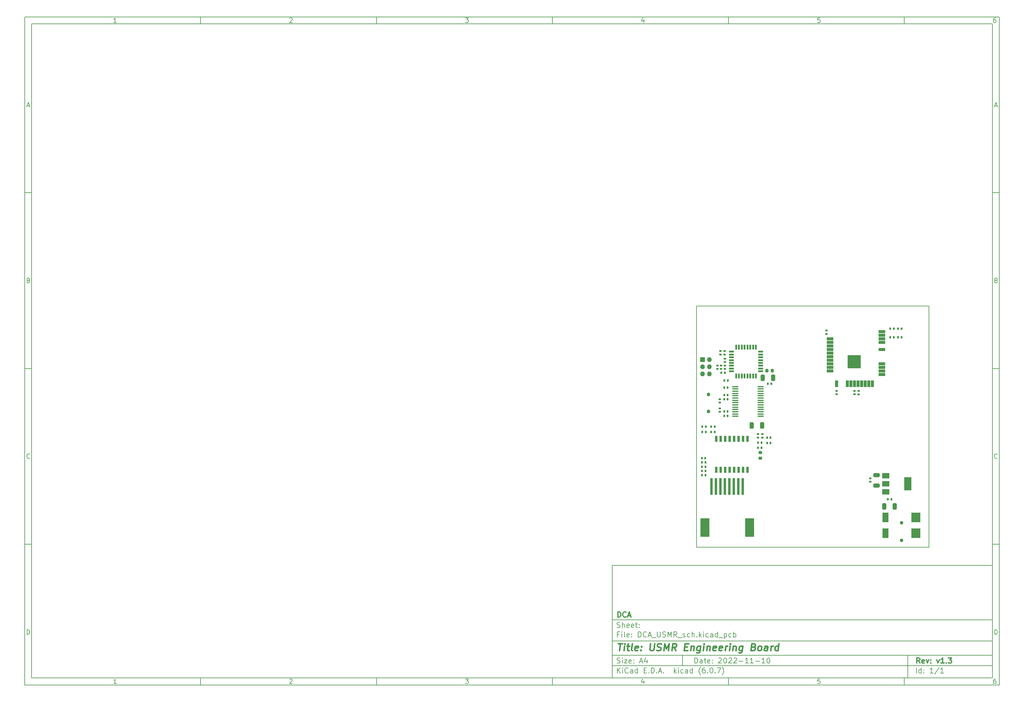
<source format=gbr>
%TF.GenerationSoftware,KiCad,Pcbnew,(6.0.7)*%
%TF.CreationDate,2022-11-15T16:12:34-05:00*%
%TF.ProjectId,DCA_USMR_sch,4443415f-5553-44d5-925f-7363682e6b69,v1.3*%
%TF.SameCoordinates,Original*%
%TF.FileFunction,Soldermask,Top*%
%TF.FilePolarity,Negative*%
%FSLAX46Y46*%
G04 Gerber Fmt 4.6, Leading zero omitted, Abs format (unit mm)*
G04 Created by KiCad (PCBNEW (6.0.7)) date 2022-11-15 16:12:34*
%MOMM*%
%LPD*%
G01*
G04 APERTURE LIST*
G04 Aperture macros list*
%AMRoundRect*
0 Rectangle with rounded corners*
0 $1 Rounding radius*
0 $2 $3 $4 $5 $6 $7 $8 $9 X,Y pos of 4 corners*
0 Add a 4 corners polygon primitive as box body*
4,1,4,$2,$3,$4,$5,$6,$7,$8,$9,$2,$3,0*
0 Add four circle primitives for the rounded corners*
1,1,$1+$1,$2,$3*
1,1,$1+$1,$4,$5*
1,1,$1+$1,$6,$7*
1,1,$1+$1,$8,$9*
0 Add four rect primitives between the rounded corners*
20,1,$1+$1,$2,$3,$4,$5,0*
20,1,$1+$1,$4,$5,$6,$7,0*
20,1,$1+$1,$6,$7,$8,$9,0*
20,1,$1+$1,$8,$9,$2,$3,0*%
G04 Aperture macros list end*
%ADD10C,0.100000*%
%ADD11C,0.150000*%
%ADD12C,0.300000*%
%ADD13C,0.400000*%
%TA.AperFunction,Profile*%
%ADD14C,0.200000*%
%TD*%
%ADD15R,1.905000X0.812800*%
%ADD16R,0.812800X1.905000*%
%ADD17R,3.708400X3.708400*%
%ADD18R,0.507200X1.461999*%
%ADD19R,1.461999X0.507200*%
%ADD20R,0.635000X4.749800*%
%ADD21R,2.540000X5.207000*%
%ADD22C,1.030000*%
%ADD23RoundRect,0.140000X-0.170000X0.140000X-0.170000X-0.140000X0.170000X-0.140000X0.170000X0.140000X0*%
%ADD24RoundRect,0.140000X-0.140000X-0.170000X0.140000X-0.170000X0.140000X0.170000X-0.140000X0.170000X0*%
%ADD25RoundRect,0.140000X0.140000X0.170000X-0.140000X0.170000X-0.140000X-0.170000X0.140000X-0.170000X0*%
%ADD26R,0.760000X1.700000*%
%ADD27RoundRect,0.147500X0.147500X0.172500X-0.147500X0.172500X-0.147500X-0.172500X0.147500X-0.172500X0*%
%ADD28RoundRect,0.250000X0.325000X0.650000X-0.325000X0.650000X-0.325000X-0.650000X0.325000X-0.650000X0*%
%ADD29RoundRect,0.147500X-0.147500X-0.172500X0.147500X-0.172500X0.147500X0.172500X-0.147500X0.172500X0*%
%ADD30RoundRect,0.135000X0.135000X0.185000X-0.135000X0.185000X-0.135000X-0.185000X0.135000X-0.185000X0*%
%ADD31RoundRect,0.135000X-0.185000X0.135000X-0.185000X-0.135000X0.185000X-0.135000X0.185000X0.135000X0*%
%ADD32RoundRect,0.140000X0.170000X-0.140000X0.170000X0.140000X-0.170000X0.140000X-0.170000X-0.140000X0*%
%ADD33R,2.600000X2.800000*%
%ADD34R,1.700000X2.800000*%
%ADD35C,1.000000*%
%ADD36R,2.000000X1.500000*%
%ADD37R,2.000000X3.800000*%
%ADD38RoundRect,0.250000X0.650000X-0.325000X0.650000X0.325000X-0.650000X0.325000X-0.650000X-0.325000X0*%
%ADD39RoundRect,0.135000X-0.135000X-0.185000X0.135000X-0.185000X0.135000X0.185000X-0.135000X0.185000X0*%
%ADD40RoundRect,0.250000X-0.325000X-0.650000X0.325000X-0.650000X0.325000X0.650000X-0.325000X0.650000X0*%
%ADD41R,1.750000X0.450000*%
%ADD42O,1.350000X1.350000*%
%ADD43R,1.350000X1.350000*%
%ADD44RoundRect,0.218750X-0.256250X0.218750X-0.256250X-0.218750X0.256250X-0.218750X0.256250X0.218750X0*%
%ADD45RoundRect,0.135000X0.185000X-0.135000X0.185000X0.135000X-0.185000X0.135000X-0.185000X-0.135000X0*%
%ADD46RoundRect,0.218750X0.218750X0.256250X-0.218750X0.256250X-0.218750X-0.256250X0.218750X-0.256250X0*%
G04 APERTURE END LIST*
D10*
D11*
X177002200Y-166007200D02*
X177002200Y-198007200D01*
X285002200Y-198007200D01*
X285002200Y-166007200D01*
X177002200Y-166007200D01*
D10*
D11*
X10000000Y-10000000D02*
X10000000Y-200007200D01*
X287002200Y-200007200D01*
X287002200Y-10000000D01*
X10000000Y-10000000D01*
D10*
D11*
X12000000Y-12000000D02*
X12000000Y-198007200D01*
X285002200Y-198007200D01*
X285002200Y-12000000D01*
X12000000Y-12000000D01*
D10*
D11*
X60000000Y-12000000D02*
X60000000Y-10000000D01*
D10*
D11*
X110000000Y-12000000D02*
X110000000Y-10000000D01*
D10*
D11*
X160000000Y-12000000D02*
X160000000Y-10000000D01*
D10*
D11*
X210000000Y-12000000D02*
X210000000Y-10000000D01*
D10*
D11*
X260000000Y-12000000D02*
X260000000Y-10000000D01*
D10*
D11*
X36065476Y-11588095D02*
X35322619Y-11588095D01*
X35694047Y-11588095D02*
X35694047Y-10288095D01*
X35570238Y-10473809D01*
X35446428Y-10597619D01*
X35322619Y-10659523D01*
D10*
D11*
X85322619Y-10411904D02*
X85384523Y-10350000D01*
X85508333Y-10288095D01*
X85817857Y-10288095D01*
X85941666Y-10350000D01*
X86003571Y-10411904D01*
X86065476Y-10535714D01*
X86065476Y-10659523D01*
X86003571Y-10845238D01*
X85260714Y-11588095D01*
X86065476Y-11588095D01*
D10*
D11*
X135260714Y-10288095D02*
X136065476Y-10288095D01*
X135632142Y-10783333D01*
X135817857Y-10783333D01*
X135941666Y-10845238D01*
X136003571Y-10907142D01*
X136065476Y-11030952D01*
X136065476Y-11340476D01*
X136003571Y-11464285D01*
X135941666Y-11526190D01*
X135817857Y-11588095D01*
X135446428Y-11588095D01*
X135322619Y-11526190D01*
X135260714Y-11464285D01*
D10*
D11*
X185941666Y-10721428D02*
X185941666Y-11588095D01*
X185632142Y-10226190D02*
X185322619Y-11154761D01*
X186127380Y-11154761D01*
D10*
D11*
X236003571Y-10288095D02*
X235384523Y-10288095D01*
X235322619Y-10907142D01*
X235384523Y-10845238D01*
X235508333Y-10783333D01*
X235817857Y-10783333D01*
X235941666Y-10845238D01*
X236003571Y-10907142D01*
X236065476Y-11030952D01*
X236065476Y-11340476D01*
X236003571Y-11464285D01*
X235941666Y-11526190D01*
X235817857Y-11588095D01*
X235508333Y-11588095D01*
X235384523Y-11526190D01*
X235322619Y-11464285D01*
D10*
D11*
X285941666Y-10288095D02*
X285694047Y-10288095D01*
X285570238Y-10350000D01*
X285508333Y-10411904D01*
X285384523Y-10597619D01*
X285322619Y-10845238D01*
X285322619Y-11340476D01*
X285384523Y-11464285D01*
X285446428Y-11526190D01*
X285570238Y-11588095D01*
X285817857Y-11588095D01*
X285941666Y-11526190D01*
X286003571Y-11464285D01*
X286065476Y-11340476D01*
X286065476Y-11030952D01*
X286003571Y-10907142D01*
X285941666Y-10845238D01*
X285817857Y-10783333D01*
X285570238Y-10783333D01*
X285446428Y-10845238D01*
X285384523Y-10907142D01*
X285322619Y-11030952D01*
D10*
D11*
X60000000Y-198007200D02*
X60000000Y-200007200D01*
D10*
D11*
X110000000Y-198007200D02*
X110000000Y-200007200D01*
D10*
D11*
X160000000Y-198007200D02*
X160000000Y-200007200D01*
D10*
D11*
X210000000Y-198007200D02*
X210000000Y-200007200D01*
D10*
D11*
X260000000Y-198007200D02*
X260000000Y-200007200D01*
D10*
D11*
X36065476Y-199595295D02*
X35322619Y-199595295D01*
X35694047Y-199595295D02*
X35694047Y-198295295D01*
X35570238Y-198481009D01*
X35446428Y-198604819D01*
X35322619Y-198666723D01*
D10*
D11*
X85322619Y-198419104D02*
X85384523Y-198357200D01*
X85508333Y-198295295D01*
X85817857Y-198295295D01*
X85941666Y-198357200D01*
X86003571Y-198419104D01*
X86065476Y-198542914D01*
X86065476Y-198666723D01*
X86003571Y-198852438D01*
X85260714Y-199595295D01*
X86065476Y-199595295D01*
D10*
D11*
X135260714Y-198295295D02*
X136065476Y-198295295D01*
X135632142Y-198790533D01*
X135817857Y-198790533D01*
X135941666Y-198852438D01*
X136003571Y-198914342D01*
X136065476Y-199038152D01*
X136065476Y-199347676D01*
X136003571Y-199471485D01*
X135941666Y-199533390D01*
X135817857Y-199595295D01*
X135446428Y-199595295D01*
X135322619Y-199533390D01*
X135260714Y-199471485D01*
D10*
D11*
X185941666Y-198728628D02*
X185941666Y-199595295D01*
X185632142Y-198233390D02*
X185322619Y-199161961D01*
X186127380Y-199161961D01*
D10*
D11*
X236003571Y-198295295D02*
X235384523Y-198295295D01*
X235322619Y-198914342D01*
X235384523Y-198852438D01*
X235508333Y-198790533D01*
X235817857Y-198790533D01*
X235941666Y-198852438D01*
X236003571Y-198914342D01*
X236065476Y-199038152D01*
X236065476Y-199347676D01*
X236003571Y-199471485D01*
X235941666Y-199533390D01*
X235817857Y-199595295D01*
X235508333Y-199595295D01*
X235384523Y-199533390D01*
X235322619Y-199471485D01*
D10*
D11*
X285941666Y-198295295D02*
X285694047Y-198295295D01*
X285570238Y-198357200D01*
X285508333Y-198419104D01*
X285384523Y-198604819D01*
X285322619Y-198852438D01*
X285322619Y-199347676D01*
X285384523Y-199471485D01*
X285446428Y-199533390D01*
X285570238Y-199595295D01*
X285817857Y-199595295D01*
X285941666Y-199533390D01*
X286003571Y-199471485D01*
X286065476Y-199347676D01*
X286065476Y-199038152D01*
X286003571Y-198914342D01*
X285941666Y-198852438D01*
X285817857Y-198790533D01*
X285570238Y-198790533D01*
X285446428Y-198852438D01*
X285384523Y-198914342D01*
X285322619Y-199038152D01*
D10*
D11*
X10000000Y-60000000D02*
X12000000Y-60000000D01*
D10*
D11*
X10000000Y-110000000D02*
X12000000Y-110000000D01*
D10*
D11*
X10000000Y-160000000D02*
X12000000Y-160000000D01*
D10*
D11*
X10690476Y-35216666D02*
X11309523Y-35216666D01*
X10566666Y-35588095D02*
X11000000Y-34288095D01*
X11433333Y-35588095D01*
D10*
D11*
X11092857Y-84907142D02*
X11278571Y-84969047D01*
X11340476Y-85030952D01*
X11402380Y-85154761D01*
X11402380Y-85340476D01*
X11340476Y-85464285D01*
X11278571Y-85526190D01*
X11154761Y-85588095D01*
X10659523Y-85588095D01*
X10659523Y-84288095D01*
X11092857Y-84288095D01*
X11216666Y-84350000D01*
X11278571Y-84411904D01*
X11340476Y-84535714D01*
X11340476Y-84659523D01*
X11278571Y-84783333D01*
X11216666Y-84845238D01*
X11092857Y-84907142D01*
X10659523Y-84907142D01*
D10*
D11*
X11402380Y-135464285D02*
X11340476Y-135526190D01*
X11154761Y-135588095D01*
X11030952Y-135588095D01*
X10845238Y-135526190D01*
X10721428Y-135402380D01*
X10659523Y-135278571D01*
X10597619Y-135030952D01*
X10597619Y-134845238D01*
X10659523Y-134597619D01*
X10721428Y-134473809D01*
X10845238Y-134350000D01*
X11030952Y-134288095D01*
X11154761Y-134288095D01*
X11340476Y-134350000D01*
X11402380Y-134411904D01*
D10*
D11*
X10659523Y-185588095D02*
X10659523Y-184288095D01*
X10969047Y-184288095D01*
X11154761Y-184350000D01*
X11278571Y-184473809D01*
X11340476Y-184597619D01*
X11402380Y-184845238D01*
X11402380Y-185030952D01*
X11340476Y-185278571D01*
X11278571Y-185402380D01*
X11154761Y-185526190D01*
X10969047Y-185588095D01*
X10659523Y-185588095D01*
D10*
D11*
X287002200Y-60000000D02*
X285002200Y-60000000D01*
D10*
D11*
X287002200Y-110000000D02*
X285002200Y-110000000D01*
D10*
D11*
X287002200Y-160000000D02*
X285002200Y-160000000D01*
D10*
D11*
X285692676Y-35216666D02*
X286311723Y-35216666D01*
X285568866Y-35588095D02*
X286002200Y-34288095D01*
X286435533Y-35588095D01*
D10*
D11*
X286095057Y-84907142D02*
X286280771Y-84969047D01*
X286342676Y-85030952D01*
X286404580Y-85154761D01*
X286404580Y-85340476D01*
X286342676Y-85464285D01*
X286280771Y-85526190D01*
X286156961Y-85588095D01*
X285661723Y-85588095D01*
X285661723Y-84288095D01*
X286095057Y-84288095D01*
X286218866Y-84350000D01*
X286280771Y-84411904D01*
X286342676Y-84535714D01*
X286342676Y-84659523D01*
X286280771Y-84783333D01*
X286218866Y-84845238D01*
X286095057Y-84907142D01*
X285661723Y-84907142D01*
D10*
D11*
X286404580Y-135464285D02*
X286342676Y-135526190D01*
X286156961Y-135588095D01*
X286033152Y-135588095D01*
X285847438Y-135526190D01*
X285723628Y-135402380D01*
X285661723Y-135278571D01*
X285599819Y-135030952D01*
X285599819Y-134845238D01*
X285661723Y-134597619D01*
X285723628Y-134473809D01*
X285847438Y-134350000D01*
X286033152Y-134288095D01*
X286156961Y-134288095D01*
X286342676Y-134350000D01*
X286404580Y-134411904D01*
D10*
D11*
X285661723Y-185588095D02*
X285661723Y-184288095D01*
X285971247Y-184288095D01*
X286156961Y-184350000D01*
X286280771Y-184473809D01*
X286342676Y-184597619D01*
X286404580Y-184845238D01*
X286404580Y-185030952D01*
X286342676Y-185278571D01*
X286280771Y-185402380D01*
X286156961Y-185526190D01*
X285971247Y-185588095D01*
X285661723Y-185588095D01*
D10*
D11*
X200434342Y-193785771D02*
X200434342Y-192285771D01*
X200791485Y-192285771D01*
X201005771Y-192357200D01*
X201148628Y-192500057D01*
X201220057Y-192642914D01*
X201291485Y-192928628D01*
X201291485Y-193142914D01*
X201220057Y-193428628D01*
X201148628Y-193571485D01*
X201005771Y-193714342D01*
X200791485Y-193785771D01*
X200434342Y-193785771D01*
X202577200Y-193785771D02*
X202577200Y-193000057D01*
X202505771Y-192857200D01*
X202362914Y-192785771D01*
X202077200Y-192785771D01*
X201934342Y-192857200D01*
X202577200Y-193714342D02*
X202434342Y-193785771D01*
X202077200Y-193785771D01*
X201934342Y-193714342D01*
X201862914Y-193571485D01*
X201862914Y-193428628D01*
X201934342Y-193285771D01*
X202077200Y-193214342D01*
X202434342Y-193214342D01*
X202577200Y-193142914D01*
X203077200Y-192785771D02*
X203648628Y-192785771D01*
X203291485Y-192285771D02*
X203291485Y-193571485D01*
X203362914Y-193714342D01*
X203505771Y-193785771D01*
X203648628Y-193785771D01*
X204720057Y-193714342D02*
X204577200Y-193785771D01*
X204291485Y-193785771D01*
X204148628Y-193714342D01*
X204077200Y-193571485D01*
X204077200Y-193000057D01*
X204148628Y-192857200D01*
X204291485Y-192785771D01*
X204577200Y-192785771D01*
X204720057Y-192857200D01*
X204791485Y-193000057D01*
X204791485Y-193142914D01*
X204077200Y-193285771D01*
X205434342Y-193642914D02*
X205505771Y-193714342D01*
X205434342Y-193785771D01*
X205362914Y-193714342D01*
X205434342Y-193642914D01*
X205434342Y-193785771D01*
X205434342Y-192857200D02*
X205505771Y-192928628D01*
X205434342Y-193000057D01*
X205362914Y-192928628D01*
X205434342Y-192857200D01*
X205434342Y-193000057D01*
X207220057Y-192428628D02*
X207291485Y-192357200D01*
X207434342Y-192285771D01*
X207791485Y-192285771D01*
X207934342Y-192357200D01*
X208005771Y-192428628D01*
X208077200Y-192571485D01*
X208077200Y-192714342D01*
X208005771Y-192928628D01*
X207148628Y-193785771D01*
X208077200Y-193785771D01*
X209005771Y-192285771D02*
X209148628Y-192285771D01*
X209291485Y-192357200D01*
X209362914Y-192428628D01*
X209434342Y-192571485D01*
X209505771Y-192857200D01*
X209505771Y-193214342D01*
X209434342Y-193500057D01*
X209362914Y-193642914D01*
X209291485Y-193714342D01*
X209148628Y-193785771D01*
X209005771Y-193785771D01*
X208862914Y-193714342D01*
X208791485Y-193642914D01*
X208720057Y-193500057D01*
X208648628Y-193214342D01*
X208648628Y-192857200D01*
X208720057Y-192571485D01*
X208791485Y-192428628D01*
X208862914Y-192357200D01*
X209005771Y-192285771D01*
X210077200Y-192428628D02*
X210148628Y-192357200D01*
X210291485Y-192285771D01*
X210648628Y-192285771D01*
X210791485Y-192357200D01*
X210862914Y-192428628D01*
X210934342Y-192571485D01*
X210934342Y-192714342D01*
X210862914Y-192928628D01*
X210005771Y-193785771D01*
X210934342Y-193785771D01*
X211505771Y-192428628D02*
X211577200Y-192357200D01*
X211720057Y-192285771D01*
X212077200Y-192285771D01*
X212220057Y-192357200D01*
X212291485Y-192428628D01*
X212362914Y-192571485D01*
X212362914Y-192714342D01*
X212291485Y-192928628D01*
X211434342Y-193785771D01*
X212362914Y-193785771D01*
X213005771Y-193214342D02*
X214148628Y-193214342D01*
X215648628Y-193785771D02*
X214791485Y-193785771D01*
X215220057Y-193785771D02*
X215220057Y-192285771D01*
X215077200Y-192500057D01*
X214934342Y-192642914D01*
X214791485Y-192714342D01*
X217077200Y-193785771D02*
X216220057Y-193785771D01*
X216648628Y-193785771D02*
X216648628Y-192285771D01*
X216505771Y-192500057D01*
X216362914Y-192642914D01*
X216220057Y-192714342D01*
X217720057Y-193214342D02*
X218862914Y-193214342D01*
X220362914Y-193785771D02*
X219505771Y-193785771D01*
X219934342Y-193785771D02*
X219934342Y-192285771D01*
X219791485Y-192500057D01*
X219648628Y-192642914D01*
X219505771Y-192714342D01*
X221291485Y-192285771D02*
X221434342Y-192285771D01*
X221577200Y-192357200D01*
X221648628Y-192428628D01*
X221720057Y-192571485D01*
X221791485Y-192857200D01*
X221791485Y-193214342D01*
X221720057Y-193500057D01*
X221648628Y-193642914D01*
X221577200Y-193714342D01*
X221434342Y-193785771D01*
X221291485Y-193785771D01*
X221148628Y-193714342D01*
X221077200Y-193642914D01*
X221005771Y-193500057D01*
X220934342Y-193214342D01*
X220934342Y-192857200D01*
X221005771Y-192571485D01*
X221077200Y-192428628D01*
X221148628Y-192357200D01*
X221291485Y-192285771D01*
D10*
D11*
X177002200Y-194507200D02*
X285002200Y-194507200D01*
D10*
D11*
X178434342Y-196585771D02*
X178434342Y-195085771D01*
X179291485Y-196585771D02*
X178648628Y-195728628D01*
X179291485Y-195085771D02*
X178434342Y-195942914D01*
X179934342Y-196585771D02*
X179934342Y-195585771D01*
X179934342Y-195085771D02*
X179862914Y-195157200D01*
X179934342Y-195228628D01*
X180005771Y-195157200D01*
X179934342Y-195085771D01*
X179934342Y-195228628D01*
X181505771Y-196442914D02*
X181434342Y-196514342D01*
X181220057Y-196585771D01*
X181077200Y-196585771D01*
X180862914Y-196514342D01*
X180720057Y-196371485D01*
X180648628Y-196228628D01*
X180577200Y-195942914D01*
X180577200Y-195728628D01*
X180648628Y-195442914D01*
X180720057Y-195300057D01*
X180862914Y-195157200D01*
X181077200Y-195085771D01*
X181220057Y-195085771D01*
X181434342Y-195157200D01*
X181505771Y-195228628D01*
X182791485Y-196585771D02*
X182791485Y-195800057D01*
X182720057Y-195657200D01*
X182577200Y-195585771D01*
X182291485Y-195585771D01*
X182148628Y-195657200D01*
X182791485Y-196514342D02*
X182648628Y-196585771D01*
X182291485Y-196585771D01*
X182148628Y-196514342D01*
X182077200Y-196371485D01*
X182077200Y-196228628D01*
X182148628Y-196085771D01*
X182291485Y-196014342D01*
X182648628Y-196014342D01*
X182791485Y-195942914D01*
X184148628Y-196585771D02*
X184148628Y-195085771D01*
X184148628Y-196514342D02*
X184005771Y-196585771D01*
X183720057Y-196585771D01*
X183577200Y-196514342D01*
X183505771Y-196442914D01*
X183434342Y-196300057D01*
X183434342Y-195871485D01*
X183505771Y-195728628D01*
X183577200Y-195657200D01*
X183720057Y-195585771D01*
X184005771Y-195585771D01*
X184148628Y-195657200D01*
X186005771Y-195800057D02*
X186505771Y-195800057D01*
X186720057Y-196585771D02*
X186005771Y-196585771D01*
X186005771Y-195085771D01*
X186720057Y-195085771D01*
X187362914Y-196442914D02*
X187434342Y-196514342D01*
X187362914Y-196585771D01*
X187291485Y-196514342D01*
X187362914Y-196442914D01*
X187362914Y-196585771D01*
X188077200Y-196585771D02*
X188077200Y-195085771D01*
X188434342Y-195085771D01*
X188648628Y-195157200D01*
X188791485Y-195300057D01*
X188862914Y-195442914D01*
X188934342Y-195728628D01*
X188934342Y-195942914D01*
X188862914Y-196228628D01*
X188791485Y-196371485D01*
X188648628Y-196514342D01*
X188434342Y-196585771D01*
X188077200Y-196585771D01*
X189577200Y-196442914D02*
X189648628Y-196514342D01*
X189577200Y-196585771D01*
X189505771Y-196514342D01*
X189577200Y-196442914D01*
X189577200Y-196585771D01*
X190220057Y-196157200D02*
X190934342Y-196157200D01*
X190077200Y-196585771D02*
X190577200Y-195085771D01*
X191077200Y-196585771D01*
X191577200Y-196442914D02*
X191648628Y-196514342D01*
X191577200Y-196585771D01*
X191505771Y-196514342D01*
X191577200Y-196442914D01*
X191577200Y-196585771D01*
X194577200Y-196585771D02*
X194577200Y-195085771D01*
X194720057Y-196014342D02*
X195148628Y-196585771D01*
X195148628Y-195585771D02*
X194577200Y-196157200D01*
X195791485Y-196585771D02*
X195791485Y-195585771D01*
X195791485Y-195085771D02*
X195720057Y-195157200D01*
X195791485Y-195228628D01*
X195862914Y-195157200D01*
X195791485Y-195085771D01*
X195791485Y-195228628D01*
X197148628Y-196514342D02*
X197005771Y-196585771D01*
X196720057Y-196585771D01*
X196577200Y-196514342D01*
X196505771Y-196442914D01*
X196434342Y-196300057D01*
X196434342Y-195871485D01*
X196505771Y-195728628D01*
X196577200Y-195657200D01*
X196720057Y-195585771D01*
X197005771Y-195585771D01*
X197148628Y-195657200D01*
X198434342Y-196585771D02*
X198434342Y-195800057D01*
X198362914Y-195657200D01*
X198220057Y-195585771D01*
X197934342Y-195585771D01*
X197791485Y-195657200D01*
X198434342Y-196514342D02*
X198291485Y-196585771D01*
X197934342Y-196585771D01*
X197791485Y-196514342D01*
X197720057Y-196371485D01*
X197720057Y-196228628D01*
X197791485Y-196085771D01*
X197934342Y-196014342D01*
X198291485Y-196014342D01*
X198434342Y-195942914D01*
X199791485Y-196585771D02*
X199791485Y-195085771D01*
X199791485Y-196514342D02*
X199648628Y-196585771D01*
X199362914Y-196585771D01*
X199220057Y-196514342D01*
X199148628Y-196442914D01*
X199077200Y-196300057D01*
X199077200Y-195871485D01*
X199148628Y-195728628D01*
X199220057Y-195657200D01*
X199362914Y-195585771D01*
X199648628Y-195585771D01*
X199791485Y-195657200D01*
X202077200Y-197157200D02*
X202005771Y-197085771D01*
X201862914Y-196871485D01*
X201791485Y-196728628D01*
X201720057Y-196514342D01*
X201648628Y-196157200D01*
X201648628Y-195871485D01*
X201720057Y-195514342D01*
X201791485Y-195300057D01*
X201862914Y-195157200D01*
X202005771Y-194942914D01*
X202077200Y-194871485D01*
X203291485Y-195085771D02*
X203005771Y-195085771D01*
X202862914Y-195157200D01*
X202791485Y-195228628D01*
X202648628Y-195442914D01*
X202577200Y-195728628D01*
X202577200Y-196300057D01*
X202648628Y-196442914D01*
X202720057Y-196514342D01*
X202862914Y-196585771D01*
X203148628Y-196585771D01*
X203291485Y-196514342D01*
X203362914Y-196442914D01*
X203434342Y-196300057D01*
X203434342Y-195942914D01*
X203362914Y-195800057D01*
X203291485Y-195728628D01*
X203148628Y-195657200D01*
X202862914Y-195657200D01*
X202720057Y-195728628D01*
X202648628Y-195800057D01*
X202577200Y-195942914D01*
X204077200Y-196442914D02*
X204148628Y-196514342D01*
X204077200Y-196585771D01*
X204005771Y-196514342D01*
X204077200Y-196442914D01*
X204077200Y-196585771D01*
X205077200Y-195085771D02*
X205220057Y-195085771D01*
X205362914Y-195157200D01*
X205434342Y-195228628D01*
X205505771Y-195371485D01*
X205577200Y-195657200D01*
X205577200Y-196014342D01*
X205505771Y-196300057D01*
X205434342Y-196442914D01*
X205362914Y-196514342D01*
X205220057Y-196585771D01*
X205077200Y-196585771D01*
X204934342Y-196514342D01*
X204862914Y-196442914D01*
X204791485Y-196300057D01*
X204720057Y-196014342D01*
X204720057Y-195657200D01*
X204791485Y-195371485D01*
X204862914Y-195228628D01*
X204934342Y-195157200D01*
X205077200Y-195085771D01*
X206220057Y-196442914D02*
X206291485Y-196514342D01*
X206220057Y-196585771D01*
X206148628Y-196514342D01*
X206220057Y-196442914D01*
X206220057Y-196585771D01*
X206791485Y-195085771D02*
X207791485Y-195085771D01*
X207148628Y-196585771D01*
X208220057Y-197157200D02*
X208291485Y-197085771D01*
X208434342Y-196871485D01*
X208505771Y-196728628D01*
X208577200Y-196514342D01*
X208648628Y-196157200D01*
X208648628Y-195871485D01*
X208577200Y-195514342D01*
X208505771Y-195300057D01*
X208434342Y-195157200D01*
X208291485Y-194942914D01*
X208220057Y-194871485D01*
D10*
D11*
X177002200Y-191507200D02*
X285002200Y-191507200D01*
D10*
D12*
X264411485Y-193785771D02*
X263911485Y-193071485D01*
X263554342Y-193785771D02*
X263554342Y-192285771D01*
X264125771Y-192285771D01*
X264268628Y-192357200D01*
X264340057Y-192428628D01*
X264411485Y-192571485D01*
X264411485Y-192785771D01*
X264340057Y-192928628D01*
X264268628Y-193000057D01*
X264125771Y-193071485D01*
X263554342Y-193071485D01*
X265625771Y-193714342D02*
X265482914Y-193785771D01*
X265197200Y-193785771D01*
X265054342Y-193714342D01*
X264982914Y-193571485D01*
X264982914Y-193000057D01*
X265054342Y-192857200D01*
X265197200Y-192785771D01*
X265482914Y-192785771D01*
X265625771Y-192857200D01*
X265697200Y-193000057D01*
X265697200Y-193142914D01*
X264982914Y-193285771D01*
X266197200Y-192785771D02*
X266554342Y-193785771D01*
X266911485Y-192785771D01*
X267482914Y-193642914D02*
X267554342Y-193714342D01*
X267482914Y-193785771D01*
X267411485Y-193714342D01*
X267482914Y-193642914D01*
X267482914Y-193785771D01*
X267482914Y-192857200D02*
X267554342Y-192928628D01*
X267482914Y-193000057D01*
X267411485Y-192928628D01*
X267482914Y-192857200D01*
X267482914Y-193000057D01*
X269197200Y-192785771D02*
X269554342Y-193785771D01*
X269911485Y-192785771D01*
X271268628Y-193785771D02*
X270411485Y-193785771D01*
X270840057Y-193785771D02*
X270840057Y-192285771D01*
X270697200Y-192500057D01*
X270554342Y-192642914D01*
X270411485Y-192714342D01*
X271911485Y-193642914D02*
X271982914Y-193714342D01*
X271911485Y-193785771D01*
X271840057Y-193714342D01*
X271911485Y-193642914D01*
X271911485Y-193785771D01*
X272482914Y-192285771D02*
X273411485Y-192285771D01*
X272911485Y-192857200D01*
X273125771Y-192857200D01*
X273268628Y-192928628D01*
X273340057Y-193000057D01*
X273411485Y-193142914D01*
X273411485Y-193500057D01*
X273340057Y-193642914D01*
X273268628Y-193714342D01*
X273125771Y-193785771D01*
X272697200Y-193785771D01*
X272554342Y-193714342D01*
X272482914Y-193642914D01*
D10*
D11*
X178362914Y-193714342D02*
X178577200Y-193785771D01*
X178934342Y-193785771D01*
X179077200Y-193714342D01*
X179148628Y-193642914D01*
X179220057Y-193500057D01*
X179220057Y-193357200D01*
X179148628Y-193214342D01*
X179077200Y-193142914D01*
X178934342Y-193071485D01*
X178648628Y-193000057D01*
X178505771Y-192928628D01*
X178434342Y-192857200D01*
X178362914Y-192714342D01*
X178362914Y-192571485D01*
X178434342Y-192428628D01*
X178505771Y-192357200D01*
X178648628Y-192285771D01*
X179005771Y-192285771D01*
X179220057Y-192357200D01*
X179862914Y-193785771D02*
X179862914Y-192785771D01*
X179862914Y-192285771D02*
X179791485Y-192357200D01*
X179862914Y-192428628D01*
X179934342Y-192357200D01*
X179862914Y-192285771D01*
X179862914Y-192428628D01*
X180434342Y-192785771D02*
X181220057Y-192785771D01*
X180434342Y-193785771D01*
X181220057Y-193785771D01*
X182362914Y-193714342D02*
X182220057Y-193785771D01*
X181934342Y-193785771D01*
X181791485Y-193714342D01*
X181720057Y-193571485D01*
X181720057Y-193000057D01*
X181791485Y-192857200D01*
X181934342Y-192785771D01*
X182220057Y-192785771D01*
X182362914Y-192857200D01*
X182434342Y-193000057D01*
X182434342Y-193142914D01*
X181720057Y-193285771D01*
X183077200Y-193642914D02*
X183148628Y-193714342D01*
X183077200Y-193785771D01*
X183005771Y-193714342D01*
X183077200Y-193642914D01*
X183077200Y-193785771D01*
X183077200Y-192857200D02*
X183148628Y-192928628D01*
X183077200Y-193000057D01*
X183005771Y-192928628D01*
X183077200Y-192857200D01*
X183077200Y-193000057D01*
X184862914Y-193357200D02*
X185577200Y-193357200D01*
X184720057Y-193785771D02*
X185220057Y-192285771D01*
X185720057Y-193785771D01*
X186862914Y-192785771D02*
X186862914Y-193785771D01*
X186505771Y-192214342D02*
X186148628Y-193285771D01*
X187077200Y-193285771D01*
D10*
D11*
X263434342Y-196585771D02*
X263434342Y-195085771D01*
X264791485Y-196585771D02*
X264791485Y-195085771D01*
X264791485Y-196514342D02*
X264648628Y-196585771D01*
X264362914Y-196585771D01*
X264220057Y-196514342D01*
X264148628Y-196442914D01*
X264077200Y-196300057D01*
X264077200Y-195871485D01*
X264148628Y-195728628D01*
X264220057Y-195657200D01*
X264362914Y-195585771D01*
X264648628Y-195585771D01*
X264791485Y-195657200D01*
X265505771Y-196442914D02*
X265577200Y-196514342D01*
X265505771Y-196585771D01*
X265434342Y-196514342D01*
X265505771Y-196442914D01*
X265505771Y-196585771D01*
X265505771Y-195657200D02*
X265577200Y-195728628D01*
X265505771Y-195800057D01*
X265434342Y-195728628D01*
X265505771Y-195657200D01*
X265505771Y-195800057D01*
X268148628Y-196585771D02*
X267291485Y-196585771D01*
X267720057Y-196585771D02*
X267720057Y-195085771D01*
X267577200Y-195300057D01*
X267434342Y-195442914D01*
X267291485Y-195514342D01*
X269862914Y-195014342D02*
X268577200Y-196942914D01*
X271148628Y-196585771D02*
X270291485Y-196585771D01*
X270720057Y-196585771D02*
X270720057Y-195085771D01*
X270577200Y-195300057D01*
X270434342Y-195442914D01*
X270291485Y-195514342D01*
D10*
D11*
X177002200Y-187507200D02*
X285002200Y-187507200D01*
D10*
D13*
X178714580Y-188211961D02*
X179857438Y-188211961D01*
X179036009Y-190211961D02*
X179286009Y-188211961D01*
X180274104Y-190211961D02*
X180440771Y-188878628D01*
X180524104Y-188211961D02*
X180416961Y-188307200D01*
X180500295Y-188402438D01*
X180607438Y-188307200D01*
X180524104Y-188211961D01*
X180500295Y-188402438D01*
X181107438Y-188878628D02*
X181869342Y-188878628D01*
X181476485Y-188211961D02*
X181262200Y-189926247D01*
X181333628Y-190116723D01*
X181512200Y-190211961D01*
X181702676Y-190211961D01*
X182655057Y-190211961D02*
X182476485Y-190116723D01*
X182405057Y-189926247D01*
X182619342Y-188211961D01*
X184190771Y-190116723D02*
X183988390Y-190211961D01*
X183607438Y-190211961D01*
X183428866Y-190116723D01*
X183357438Y-189926247D01*
X183452676Y-189164342D01*
X183571723Y-188973866D01*
X183774104Y-188878628D01*
X184155057Y-188878628D01*
X184333628Y-188973866D01*
X184405057Y-189164342D01*
X184381247Y-189354819D01*
X183405057Y-189545295D01*
X185155057Y-190021485D02*
X185238390Y-190116723D01*
X185131247Y-190211961D01*
X185047914Y-190116723D01*
X185155057Y-190021485D01*
X185131247Y-190211961D01*
X185286009Y-188973866D02*
X185369342Y-189069104D01*
X185262200Y-189164342D01*
X185178866Y-189069104D01*
X185286009Y-188973866D01*
X185262200Y-189164342D01*
X187857438Y-188211961D02*
X187655057Y-189831009D01*
X187726485Y-190021485D01*
X187809819Y-190116723D01*
X187988390Y-190211961D01*
X188369342Y-190211961D01*
X188571723Y-190116723D01*
X188678866Y-190021485D01*
X188797914Y-189831009D01*
X189000295Y-188211961D01*
X189619342Y-190116723D02*
X189893152Y-190211961D01*
X190369342Y-190211961D01*
X190571723Y-190116723D01*
X190678866Y-190021485D01*
X190797914Y-189831009D01*
X190821723Y-189640533D01*
X190750295Y-189450057D01*
X190666961Y-189354819D01*
X190488390Y-189259580D01*
X190119342Y-189164342D01*
X189940771Y-189069104D01*
X189857438Y-188973866D01*
X189786009Y-188783390D01*
X189809819Y-188592914D01*
X189928866Y-188402438D01*
X190036009Y-188307200D01*
X190238390Y-188211961D01*
X190714580Y-188211961D01*
X190988390Y-188307200D01*
X191607438Y-190211961D02*
X191857438Y-188211961D01*
X192345533Y-189640533D01*
X193190771Y-188211961D01*
X192940771Y-190211961D01*
X195036009Y-190211961D02*
X194488390Y-189259580D01*
X193893152Y-190211961D02*
X194143152Y-188211961D01*
X194905057Y-188211961D01*
X195083628Y-188307200D01*
X195166961Y-188402438D01*
X195238390Y-188592914D01*
X195202676Y-188878628D01*
X195083628Y-189069104D01*
X194976485Y-189164342D01*
X194774104Y-189259580D01*
X194012200Y-189259580D01*
X197547914Y-189164342D02*
X198214580Y-189164342D01*
X198369342Y-190211961D02*
X197416961Y-190211961D01*
X197666961Y-188211961D01*
X198619342Y-188211961D01*
X199393152Y-188878628D02*
X199226485Y-190211961D01*
X199369342Y-189069104D02*
X199476485Y-188973866D01*
X199678866Y-188878628D01*
X199964580Y-188878628D01*
X200143152Y-188973866D01*
X200214580Y-189164342D01*
X200083628Y-190211961D01*
X202059819Y-188878628D02*
X201857438Y-190497676D01*
X201738390Y-190688152D01*
X201631247Y-190783390D01*
X201428866Y-190878628D01*
X201143152Y-190878628D01*
X200964580Y-190783390D01*
X201905057Y-190116723D02*
X201702676Y-190211961D01*
X201321723Y-190211961D01*
X201143152Y-190116723D01*
X201059819Y-190021485D01*
X200988390Y-189831009D01*
X201059819Y-189259580D01*
X201178866Y-189069104D01*
X201286009Y-188973866D01*
X201488390Y-188878628D01*
X201869342Y-188878628D01*
X202047914Y-188973866D01*
X202845533Y-190211961D02*
X203012200Y-188878628D01*
X203095533Y-188211961D02*
X202988390Y-188307200D01*
X203071723Y-188402438D01*
X203178866Y-188307200D01*
X203095533Y-188211961D01*
X203071723Y-188402438D01*
X203964580Y-188878628D02*
X203797914Y-190211961D01*
X203940771Y-189069104D02*
X204047914Y-188973866D01*
X204250295Y-188878628D01*
X204536009Y-188878628D01*
X204714580Y-188973866D01*
X204786009Y-189164342D01*
X204655057Y-190211961D01*
X206381247Y-190116723D02*
X206178866Y-190211961D01*
X205797914Y-190211961D01*
X205619342Y-190116723D01*
X205547914Y-189926247D01*
X205643152Y-189164342D01*
X205762200Y-188973866D01*
X205964580Y-188878628D01*
X206345533Y-188878628D01*
X206524104Y-188973866D01*
X206595533Y-189164342D01*
X206571723Y-189354819D01*
X205595533Y-189545295D01*
X208095533Y-190116723D02*
X207893152Y-190211961D01*
X207512200Y-190211961D01*
X207333628Y-190116723D01*
X207262200Y-189926247D01*
X207357438Y-189164342D01*
X207476485Y-188973866D01*
X207678866Y-188878628D01*
X208059819Y-188878628D01*
X208238390Y-188973866D01*
X208309819Y-189164342D01*
X208286009Y-189354819D01*
X207309819Y-189545295D01*
X209036009Y-190211961D02*
X209202676Y-188878628D01*
X209155057Y-189259580D02*
X209274104Y-189069104D01*
X209381247Y-188973866D01*
X209583628Y-188878628D01*
X209774104Y-188878628D01*
X210274104Y-190211961D02*
X210440771Y-188878628D01*
X210524104Y-188211961D02*
X210416961Y-188307200D01*
X210500295Y-188402438D01*
X210607438Y-188307200D01*
X210524104Y-188211961D01*
X210500295Y-188402438D01*
X211393152Y-188878628D02*
X211226485Y-190211961D01*
X211369342Y-189069104D02*
X211476485Y-188973866D01*
X211678866Y-188878628D01*
X211964580Y-188878628D01*
X212143152Y-188973866D01*
X212214580Y-189164342D01*
X212083628Y-190211961D01*
X214059819Y-188878628D02*
X213857438Y-190497676D01*
X213738390Y-190688152D01*
X213631247Y-190783390D01*
X213428866Y-190878628D01*
X213143152Y-190878628D01*
X212964580Y-190783390D01*
X213905057Y-190116723D02*
X213702676Y-190211961D01*
X213321723Y-190211961D01*
X213143152Y-190116723D01*
X213059819Y-190021485D01*
X212988390Y-189831009D01*
X213059819Y-189259580D01*
X213178866Y-189069104D01*
X213286009Y-188973866D01*
X213488390Y-188878628D01*
X213869342Y-188878628D01*
X214047914Y-188973866D01*
X217166961Y-189164342D02*
X217440771Y-189259580D01*
X217524104Y-189354819D01*
X217595533Y-189545295D01*
X217559819Y-189831009D01*
X217440771Y-190021485D01*
X217333628Y-190116723D01*
X217131247Y-190211961D01*
X216369342Y-190211961D01*
X216619342Y-188211961D01*
X217286009Y-188211961D01*
X217464580Y-188307200D01*
X217547914Y-188402438D01*
X217619342Y-188592914D01*
X217595533Y-188783390D01*
X217476485Y-188973866D01*
X217369342Y-189069104D01*
X217166961Y-189164342D01*
X216500295Y-189164342D01*
X218655057Y-190211961D02*
X218476485Y-190116723D01*
X218393152Y-190021485D01*
X218321723Y-189831009D01*
X218393152Y-189259580D01*
X218512200Y-189069104D01*
X218619342Y-188973866D01*
X218821723Y-188878628D01*
X219107438Y-188878628D01*
X219286009Y-188973866D01*
X219369342Y-189069104D01*
X219440771Y-189259580D01*
X219369342Y-189831009D01*
X219250295Y-190021485D01*
X219143152Y-190116723D01*
X218940771Y-190211961D01*
X218655057Y-190211961D01*
X221036009Y-190211961D02*
X221166961Y-189164342D01*
X221095533Y-188973866D01*
X220916961Y-188878628D01*
X220536009Y-188878628D01*
X220333628Y-188973866D01*
X221047914Y-190116723D02*
X220845533Y-190211961D01*
X220369342Y-190211961D01*
X220190771Y-190116723D01*
X220119342Y-189926247D01*
X220143152Y-189735771D01*
X220262200Y-189545295D01*
X220464580Y-189450057D01*
X220940771Y-189450057D01*
X221143152Y-189354819D01*
X221988390Y-190211961D02*
X222155057Y-188878628D01*
X222107438Y-189259580D02*
X222226485Y-189069104D01*
X222333628Y-188973866D01*
X222536009Y-188878628D01*
X222726485Y-188878628D01*
X224083628Y-190211961D02*
X224333628Y-188211961D01*
X224095533Y-190116723D02*
X223893152Y-190211961D01*
X223512199Y-190211961D01*
X223333628Y-190116723D01*
X223250295Y-190021485D01*
X223178866Y-189831009D01*
X223250295Y-189259580D01*
X223369342Y-189069104D01*
X223476485Y-188973866D01*
X223678866Y-188878628D01*
X224059819Y-188878628D01*
X224238390Y-188973866D01*
D10*
D11*
X178934342Y-185600057D02*
X178434342Y-185600057D01*
X178434342Y-186385771D02*
X178434342Y-184885771D01*
X179148628Y-184885771D01*
X179720057Y-186385771D02*
X179720057Y-185385771D01*
X179720057Y-184885771D02*
X179648628Y-184957200D01*
X179720057Y-185028628D01*
X179791485Y-184957200D01*
X179720057Y-184885771D01*
X179720057Y-185028628D01*
X180648628Y-186385771D02*
X180505771Y-186314342D01*
X180434342Y-186171485D01*
X180434342Y-184885771D01*
X181791485Y-186314342D02*
X181648628Y-186385771D01*
X181362914Y-186385771D01*
X181220057Y-186314342D01*
X181148628Y-186171485D01*
X181148628Y-185600057D01*
X181220057Y-185457200D01*
X181362914Y-185385771D01*
X181648628Y-185385771D01*
X181791485Y-185457200D01*
X181862914Y-185600057D01*
X181862914Y-185742914D01*
X181148628Y-185885771D01*
X182505771Y-186242914D02*
X182577200Y-186314342D01*
X182505771Y-186385771D01*
X182434342Y-186314342D01*
X182505771Y-186242914D01*
X182505771Y-186385771D01*
X182505771Y-185457200D02*
X182577200Y-185528628D01*
X182505771Y-185600057D01*
X182434342Y-185528628D01*
X182505771Y-185457200D01*
X182505771Y-185600057D01*
X184362914Y-186385771D02*
X184362914Y-184885771D01*
X184720057Y-184885771D01*
X184934342Y-184957200D01*
X185077200Y-185100057D01*
X185148628Y-185242914D01*
X185220057Y-185528628D01*
X185220057Y-185742914D01*
X185148628Y-186028628D01*
X185077200Y-186171485D01*
X184934342Y-186314342D01*
X184720057Y-186385771D01*
X184362914Y-186385771D01*
X186720057Y-186242914D02*
X186648628Y-186314342D01*
X186434342Y-186385771D01*
X186291485Y-186385771D01*
X186077200Y-186314342D01*
X185934342Y-186171485D01*
X185862914Y-186028628D01*
X185791485Y-185742914D01*
X185791485Y-185528628D01*
X185862914Y-185242914D01*
X185934342Y-185100057D01*
X186077200Y-184957200D01*
X186291485Y-184885771D01*
X186434342Y-184885771D01*
X186648628Y-184957200D01*
X186720057Y-185028628D01*
X187291485Y-185957200D02*
X188005771Y-185957200D01*
X187148628Y-186385771D02*
X187648628Y-184885771D01*
X188148628Y-186385771D01*
X188291485Y-186528628D02*
X189434342Y-186528628D01*
X189791485Y-184885771D02*
X189791485Y-186100057D01*
X189862914Y-186242914D01*
X189934342Y-186314342D01*
X190077200Y-186385771D01*
X190362914Y-186385771D01*
X190505771Y-186314342D01*
X190577200Y-186242914D01*
X190648628Y-186100057D01*
X190648628Y-184885771D01*
X191291485Y-186314342D02*
X191505771Y-186385771D01*
X191862914Y-186385771D01*
X192005771Y-186314342D01*
X192077200Y-186242914D01*
X192148628Y-186100057D01*
X192148628Y-185957200D01*
X192077200Y-185814342D01*
X192005771Y-185742914D01*
X191862914Y-185671485D01*
X191577200Y-185600057D01*
X191434342Y-185528628D01*
X191362914Y-185457200D01*
X191291485Y-185314342D01*
X191291485Y-185171485D01*
X191362914Y-185028628D01*
X191434342Y-184957200D01*
X191577200Y-184885771D01*
X191934342Y-184885771D01*
X192148628Y-184957200D01*
X192791485Y-186385771D02*
X192791485Y-184885771D01*
X193291485Y-185957200D01*
X193791485Y-184885771D01*
X193791485Y-186385771D01*
X195362914Y-186385771D02*
X194862914Y-185671485D01*
X194505771Y-186385771D02*
X194505771Y-184885771D01*
X195077200Y-184885771D01*
X195220057Y-184957200D01*
X195291485Y-185028628D01*
X195362914Y-185171485D01*
X195362914Y-185385771D01*
X195291485Y-185528628D01*
X195220057Y-185600057D01*
X195077200Y-185671485D01*
X194505771Y-185671485D01*
X195648628Y-186528628D02*
X196791485Y-186528628D01*
X197077200Y-186314342D02*
X197220057Y-186385771D01*
X197505771Y-186385771D01*
X197648628Y-186314342D01*
X197720057Y-186171485D01*
X197720057Y-186100057D01*
X197648628Y-185957200D01*
X197505771Y-185885771D01*
X197291485Y-185885771D01*
X197148628Y-185814342D01*
X197077200Y-185671485D01*
X197077200Y-185600057D01*
X197148628Y-185457200D01*
X197291485Y-185385771D01*
X197505771Y-185385771D01*
X197648628Y-185457200D01*
X199005771Y-186314342D02*
X198862914Y-186385771D01*
X198577200Y-186385771D01*
X198434342Y-186314342D01*
X198362914Y-186242914D01*
X198291485Y-186100057D01*
X198291485Y-185671485D01*
X198362914Y-185528628D01*
X198434342Y-185457200D01*
X198577200Y-185385771D01*
X198862914Y-185385771D01*
X199005771Y-185457200D01*
X199648628Y-186385771D02*
X199648628Y-184885771D01*
X200291485Y-186385771D02*
X200291485Y-185600057D01*
X200220057Y-185457200D01*
X200077200Y-185385771D01*
X199862914Y-185385771D01*
X199720057Y-185457200D01*
X199648628Y-185528628D01*
X201005771Y-186242914D02*
X201077200Y-186314342D01*
X201005771Y-186385771D01*
X200934342Y-186314342D01*
X201005771Y-186242914D01*
X201005771Y-186385771D01*
X201720057Y-186385771D02*
X201720057Y-184885771D01*
X201862914Y-185814342D02*
X202291485Y-186385771D01*
X202291485Y-185385771D02*
X201720057Y-185957200D01*
X202934342Y-186385771D02*
X202934342Y-185385771D01*
X202934342Y-184885771D02*
X202862914Y-184957200D01*
X202934342Y-185028628D01*
X203005771Y-184957200D01*
X202934342Y-184885771D01*
X202934342Y-185028628D01*
X204291485Y-186314342D02*
X204148628Y-186385771D01*
X203862914Y-186385771D01*
X203720057Y-186314342D01*
X203648628Y-186242914D01*
X203577200Y-186100057D01*
X203577200Y-185671485D01*
X203648628Y-185528628D01*
X203720057Y-185457200D01*
X203862914Y-185385771D01*
X204148628Y-185385771D01*
X204291485Y-185457200D01*
X205577200Y-186385771D02*
X205577200Y-185600057D01*
X205505771Y-185457200D01*
X205362914Y-185385771D01*
X205077200Y-185385771D01*
X204934342Y-185457200D01*
X205577200Y-186314342D02*
X205434342Y-186385771D01*
X205077200Y-186385771D01*
X204934342Y-186314342D01*
X204862914Y-186171485D01*
X204862914Y-186028628D01*
X204934342Y-185885771D01*
X205077200Y-185814342D01*
X205434342Y-185814342D01*
X205577200Y-185742914D01*
X206934342Y-186385771D02*
X206934342Y-184885771D01*
X206934342Y-186314342D02*
X206791485Y-186385771D01*
X206505771Y-186385771D01*
X206362914Y-186314342D01*
X206291485Y-186242914D01*
X206220057Y-186100057D01*
X206220057Y-185671485D01*
X206291485Y-185528628D01*
X206362914Y-185457200D01*
X206505771Y-185385771D01*
X206791485Y-185385771D01*
X206934342Y-185457200D01*
X207291485Y-186528628D02*
X208434342Y-186528628D01*
X208791485Y-185385771D02*
X208791485Y-186885771D01*
X208791485Y-185457200D02*
X208934342Y-185385771D01*
X209220057Y-185385771D01*
X209362914Y-185457200D01*
X209434342Y-185528628D01*
X209505771Y-185671485D01*
X209505771Y-186100057D01*
X209434342Y-186242914D01*
X209362914Y-186314342D01*
X209220057Y-186385771D01*
X208934342Y-186385771D01*
X208791485Y-186314342D01*
X210791485Y-186314342D02*
X210648628Y-186385771D01*
X210362914Y-186385771D01*
X210220057Y-186314342D01*
X210148628Y-186242914D01*
X210077200Y-186100057D01*
X210077200Y-185671485D01*
X210148628Y-185528628D01*
X210220057Y-185457200D01*
X210362914Y-185385771D01*
X210648628Y-185385771D01*
X210791485Y-185457200D01*
X211434342Y-186385771D02*
X211434342Y-184885771D01*
X211434342Y-185457200D02*
X211577200Y-185385771D01*
X211862914Y-185385771D01*
X212005771Y-185457200D01*
X212077200Y-185528628D01*
X212148628Y-185671485D01*
X212148628Y-186100057D01*
X212077200Y-186242914D01*
X212005771Y-186314342D01*
X211862914Y-186385771D01*
X211577200Y-186385771D01*
X211434342Y-186314342D01*
D10*
D11*
X177002200Y-181507200D02*
X285002200Y-181507200D01*
D10*
D11*
X178362914Y-183614342D02*
X178577200Y-183685771D01*
X178934342Y-183685771D01*
X179077200Y-183614342D01*
X179148628Y-183542914D01*
X179220057Y-183400057D01*
X179220057Y-183257200D01*
X179148628Y-183114342D01*
X179077200Y-183042914D01*
X178934342Y-182971485D01*
X178648628Y-182900057D01*
X178505771Y-182828628D01*
X178434342Y-182757200D01*
X178362914Y-182614342D01*
X178362914Y-182471485D01*
X178434342Y-182328628D01*
X178505771Y-182257200D01*
X178648628Y-182185771D01*
X179005771Y-182185771D01*
X179220057Y-182257200D01*
X179862914Y-183685771D02*
X179862914Y-182185771D01*
X180505771Y-183685771D02*
X180505771Y-182900057D01*
X180434342Y-182757200D01*
X180291485Y-182685771D01*
X180077200Y-182685771D01*
X179934342Y-182757200D01*
X179862914Y-182828628D01*
X181791485Y-183614342D02*
X181648628Y-183685771D01*
X181362914Y-183685771D01*
X181220057Y-183614342D01*
X181148628Y-183471485D01*
X181148628Y-182900057D01*
X181220057Y-182757200D01*
X181362914Y-182685771D01*
X181648628Y-182685771D01*
X181791485Y-182757200D01*
X181862914Y-182900057D01*
X181862914Y-183042914D01*
X181148628Y-183185771D01*
X183077200Y-183614342D02*
X182934342Y-183685771D01*
X182648628Y-183685771D01*
X182505771Y-183614342D01*
X182434342Y-183471485D01*
X182434342Y-182900057D01*
X182505771Y-182757200D01*
X182648628Y-182685771D01*
X182934342Y-182685771D01*
X183077200Y-182757200D01*
X183148628Y-182900057D01*
X183148628Y-183042914D01*
X182434342Y-183185771D01*
X183577200Y-182685771D02*
X184148628Y-182685771D01*
X183791485Y-182185771D02*
X183791485Y-183471485D01*
X183862914Y-183614342D01*
X184005771Y-183685771D01*
X184148628Y-183685771D01*
X184648628Y-183542914D02*
X184720057Y-183614342D01*
X184648628Y-183685771D01*
X184577200Y-183614342D01*
X184648628Y-183542914D01*
X184648628Y-183685771D01*
X184648628Y-182757200D02*
X184720057Y-182828628D01*
X184648628Y-182900057D01*
X184577200Y-182828628D01*
X184648628Y-182757200D01*
X184648628Y-182900057D01*
D10*
D12*
X178554342Y-180685771D02*
X178554342Y-179185771D01*
X178911485Y-179185771D01*
X179125771Y-179257200D01*
X179268628Y-179400057D01*
X179340057Y-179542914D01*
X179411485Y-179828628D01*
X179411485Y-180042914D01*
X179340057Y-180328628D01*
X179268628Y-180471485D01*
X179125771Y-180614342D01*
X178911485Y-180685771D01*
X178554342Y-180685771D01*
X180911485Y-180542914D02*
X180840057Y-180614342D01*
X180625771Y-180685771D01*
X180482914Y-180685771D01*
X180268628Y-180614342D01*
X180125771Y-180471485D01*
X180054342Y-180328628D01*
X179982914Y-180042914D01*
X179982914Y-179828628D01*
X180054342Y-179542914D01*
X180125771Y-179400057D01*
X180268628Y-179257200D01*
X180482914Y-179185771D01*
X180625771Y-179185771D01*
X180840057Y-179257200D01*
X180911485Y-179328628D01*
X181482914Y-180257200D02*
X182197200Y-180257200D01*
X181340057Y-180685771D02*
X181840057Y-179185771D01*
X182340057Y-180685771D01*
D10*
D11*
D10*
D11*
D10*
D11*
D10*
D11*
D10*
D11*
X197002200Y-191507200D02*
X197002200Y-194507200D01*
D10*
D11*
X261002200Y-191507200D02*
X261002200Y-198007200D01*
D14*
X200980000Y-92210000D02*
X267020000Y-92210000D01*
X267020000Y-92210000D02*
X267020000Y-160800000D01*
X267020000Y-160800000D02*
X200980000Y-160800000D01*
X200980000Y-160800000D02*
X200980000Y-92210000D01*
D15*
%TO.C,U3*%
X253600000Y-111692000D03*
X253600000Y-110676000D03*
X253600000Y-109660000D03*
X253600000Y-108644000D03*
X253600000Y-104580000D03*
X253600000Y-102548000D03*
X253600000Y-101532000D03*
X253600000Y-100516000D03*
X253600000Y-99500000D03*
X238869996Y-101538000D03*
X238869996Y-102554000D03*
X238869996Y-103570000D03*
X238869996Y-104586000D03*
X238869996Y-105602000D03*
X238869996Y-106618000D03*
X238869996Y-107634000D03*
X238869996Y-108650000D03*
X238869996Y-109666000D03*
X238869996Y-110682000D03*
D16*
X240769998Y-114362001D03*
X243817998Y-114362001D03*
X244833998Y-114362001D03*
X245849998Y-114362001D03*
X246865998Y-114362001D03*
X247881998Y-114362001D03*
X248897998Y-114362001D03*
X249913998Y-114362001D03*
X250929998Y-114362001D03*
D17*
X245749998Y-108092000D03*
%TD*%
D18*
%TO.C,U1*%
X212200000Y-112118998D03*
X212999998Y-112118998D03*
X213799999Y-112118998D03*
X214600000Y-112118998D03*
X215399998Y-112118998D03*
X216199999Y-112118998D03*
X216999998Y-112118998D03*
X217799998Y-112118998D03*
D19*
X219118998Y-110799998D03*
X219118998Y-110000000D03*
X219118998Y-109199999D03*
X219118998Y-108399998D03*
X219118998Y-107600000D03*
X219118998Y-106799999D03*
X219118998Y-106000000D03*
X219118998Y-105200000D03*
D18*
X217799998Y-103881000D03*
X217000000Y-103881000D03*
X216199999Y-103881000D03*
X215399998Y-103881000D03*
X214600000Y-103881000D03*
X213799999Y-103881000D03*
X213000000Y-103881000D03*
X212200000Y-103881000D03*
D19*
X210881000Y-105200000D03*
X210881000Y-105999998D03*
X210881000Y-106799999D03*
X210881000Y-107600000D03*
X210881000Y-108399998D03*
X210881000Y-109199999D03*
X210881000Y-109999998D03*
X210881000Y-110799998D03*
%TD*%
D20*
%TO.C,REF\u002A\u002A*%
X205205000Y-143566800D03*
X206475000Y-143566800D03*
X207745000Y-143566800D03*
X209015000Y-143566800D03*
X210285000Y-143566800D03*
X211555000Y-143566800D03*
X212825000Y-143566800D03*
X214095000Y-143566800D03*
D21*
X203300000Y-155200000D03*
X216000000Y-155200000D03*
%TD*%
D22*
%TO.C,Y1*%
X204371645Y-122236601D03*
X204371645Y-117356601D03*
%TD*%
D23*
%TO.C,C6*%
X206839999Y-110119999D03*
X206839999Y-109159999D03*
%TD*%
D24*
%TO.C,C21*%
X221000000Y-129656668D03*
X221960000Y-129656668D03*
%TD*%
D25*
%TO.C,C19*%
X209761645Y-115421601D03*
X208801645Y-115421601D03*
%TD*%
D26*
%TO.C,TR1*%
X215450000Y-130000000D03*
X214180000Y-130000000D03*
X212910000Y-130000000D03*
X211640000Y-130000000D03*
X210370000Y-130000000D03*
X209100000Y-130000000D03*
X207830000Y-130000000D03*
X206560000Y-130000000D03*
X206560000Y-138800000D03*
X207830000Y-138800000D03*
X209100000Y-138800000D03*
X210370000Y-138800000D03*
X211640000Y-138800000D03*
X212910000Y-138800000D03*
X214180000Y-138800000D03*
X215450000Y-138800000D03*
%TD*%
D27*
%TO.C,D2*%
X259170000Y-98700000D03*
X258200000Y-98700000D03*
%TD*%
D28*
%TO.C,C20*%
X219575000Y-126200000D03*
X216625000Y-126200000D03*
%TD*%
D25*
%TO.C,C18*%
X209761645Y-117511601D03*
X208801645Y-117511601D03*
%TD*%
D29*
%TO.C,D3*%
X202580965Y-126508944D03*
X203550965Y-126508944D03*
%TD*%
D30*
%TO.C,R6*%
X206130965Y-126508944D03*
X205110965Y-126508944D03*
%TD*%
D31*
%TO.C,R8*%
X219660000Y-128646668D03*
X219660000Y-129666668D03*
%TD*%
D24*
%TO.C,C1*%
X221220000Y-114300000D03*
X222180000Y-114300000D03*
%TD*%
%TO.C,C15*%
X208801645Y-122216870D03*
X209761645Y-122216870D03*
%TD*%
D27*
%TO.C,D1*%
X259170000Y-101100000D03*
X258200000Y-101100000D03*
%TD*%
D32*
%TO.C,C17*%
X207571645Y-122276601D03*
X207571645Y-121316601D03*
%TD*%
D23*
%TO.C,C16*%
X207571645Y-119676601D03*
X207571645Y-118716601D03*
%TD*%
D33*
%TO.C,J3*%
X263298911Y-152368819D03*
X263298911Y-156868819D03*
D34*
X254648911Y-156868819D03*
X254648911Y-152368819D03*
D35*
X259198911Y-158868819D03*
X259198911Y-153868819D03*
%TD*%
D23*
%TO.C,C7*%
X207899999Y-110119999D03*
X207899999Y-109159999D03*
%TD*%
D30*
%TO.C,R14*%
X203500000Y-139127398D03*
X202480000Y-139127398D03*
%TD*%
D36*
%TO.C,U2*%
X254700000Y-145100000D03*
D37*
X261000000Y-142800000D03*
D36*
X254700000Y-142800000D03*
X254700000Y-140500000D03*
%TD*%
D38*
%TO.C,C5*%
X252100000Y-143250000D03*
X252100000Y-140300000D03*
%TD*%
D32*
%TO.C,C9*%
X207739999Y-105049999D03*
X207739999Y-106009999D03*
%TD*%
D23*
%TO.C,C12*%
X240774998Y-116372000D03*
X240774998Y-117332000D03*
%TD*%
D30*
%TO.C,R16*%
X209836645Y-113391601D03*
X208816645Y-113391601D03*
%TD*%
D39*
%TO.C,R1*%
X207990000Y-111181000D03*
X209010000Y-111181000D03*
%TD*%
D24*
%TO.C,C22*%
X221000000Y-131146668D03*
X221960000Y-131146668D03*
%TD*%
D30*
%TO.C,R13*%
X203500000Y-136702466D03*
X202480000Y-136702466D03*
%TD*%
D23*
%TO.C,C10*%
X246999513Y-116393358D03*
X246999513Y-117353358D03*
%TD*%
D30*
%TO.C,R15*%
X203500000Y-140339866D03*
X202480000Y-140339866D03*
%TD*%
D25*
%TO.C,C14*%
X209761645Y-118731601D03*
X208801645Y-118731601D03*
%TD*%
D39*
%TO.C,R7*%
X205110965Y-128038944D03*
X206130965Y-128038944D03*
%TD*%
D31*
%TO.C,R5*%
X237869996Y-99194000D03*
X237869996Y-100214000D03*
%TD*%
D23*
%TO.C,C8*%
X208959999Y-110119999D03*
X208959999Y-109159999D03*
%TD*%
D39*
%TO.C,R10*%
X218380000Y-132546668D03*
X219400000Y-132546668D03*
%TD*%
D32*
%TO.C,C3*%
X208949999Y-107209999D03*
X208949999Y-108169999D03*
%TD*%
D31*
%TO.C,R4*%
X208939999Y-106019999D03*
X208939999Y-104999999D03*
%TD*%
D30*
%TO.C,R12*%
X202480000Y-137914932D03*
X203500000Y-137914932D03*
%TD*%
D40*
%TO.C,C2*%
X222675000Y-112600000D03*
X219725000Y-112600000D03*
%TD*%
D24*
%TO.C,C23*%
X202470000Y-135500000D03*
X203430000Y-135500000D03*
%TD*%
D29*
%TO.C,D4*%
X202580965Y-128038944D03*
X203550965Y-128038944D03*
%TD*%
D23*
%TO.C,C11*%
X245854998Y-116372000D03*
X245854998Y-117332000D03*
%TD*%
D41*
%TO.C,U4*%
X219171645Y-123596601D03*
X219171645Y-122946601D03*
X219171645Y-122296601D03*
X219171645Y-121646601D03*
X219171645Y-120996601D03*
X219171645Y-120346601D03*
X219171645Y-119696601D03*
X219171645Y-119046601D03*
X219171645Y-118396601D03*
X219171645Y-117746601D03*
X219171645Y-117096601D03*
X219171645Y-116446601D03*
X219171645Y-115796601D03*
X219171645Y-115146601D03*
X211971645Y-115146601D03*
X211971645Y-115796601D03*
X211971645Y-116446601D03*
X211971645Y-117096601D03*
X211971645Y-117746601D03*
X211971645Y-118396601D03*
X211971645Y-119046601D03*
X211971645Y-119696601D03*
X211971645Y-120346601D03*
X211971645Y-120996601D03*
X211971645Y-121646601D03*
X211971645Y-122296601D03*
X211971645Y-122946601D03*
X211971645Y-123596601D03*
%TD*%
D40*
%TO.C,C24*%
X254325000Y-149200000D03*
X257275000Y-149200000D03*
%TD*%
D42*
%TO.C,J1*%
X204600000Y-111500000D03*
X202600000Y-111500000D03*
X204600000Y-109500000D03*
X202600000Y-109500000D03*
X204600000Y-107500000D03*
D43*
X202600000Y-107500000D03*
%TD*%
D44*
%TO.C,L2*%
X219100000Y-133912500D03*
X219100000Y-135487500D03*
%TD*%
D45*
%TO.C,R9*%
X218420000Y-129666668D03*
X218420000Y-128646668D03*
%TD*%
D32*
%TO.C,C25*%
X250300000Y-141240000D03*
X250300000Y-142200000D03*
%TD*%
D24*
%TO.C,C13*%
X208801645Y-123491601D03*
X209761645Y-123491601D03*
%TD*%
D30*
%TO.C,R2*%
X256990000Y-98700000D03*
X255970000Y-98700000D03*
%TD*%
D46*
%TO.C,L1*%
X222487500Y-110600000D03*
X220912500Y-110600000D03*
%TD*%
D30*
%TO.C,R11*%
X219400000Y-131100000D03*
X218380000Y-131100000D03*
%TD*%
D24*
%TO.C,C4*%
X256280000Y-147200000D03*
X255320000Y-147200000D03*
%TD*%
D30*
%TO.C,R3*%
X256990000Y-101100000D03*
X255970000Y-101100000D03*
%TD*%
M02*

</source>
